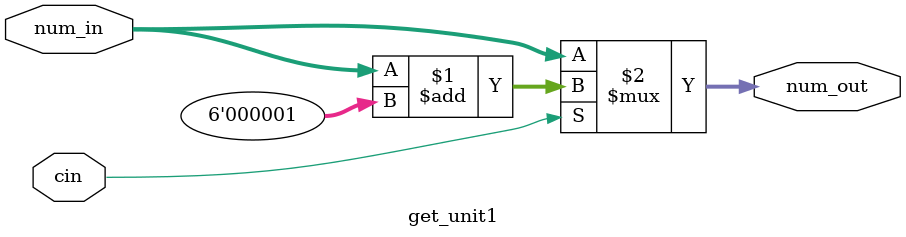
<source format=v>
/*
	Author: Quyet Luu
	Date: 7/29/2016
*/
module lab2_part6(SW,HEX1,HEX0);
input [5:0] SW;
output [6:0] HEX1,HEX0;


wire[5:0] d_10,d_11,d_12,d_13,d_14,d_15;
wire cout0,cout1,cout2,cout3,cout4,cout5;
wire [5:0] d0,d1,d2,d3,d4,d5;

get_unit0 u0(1'b0,SW,d0,cout0);
get_unit0 u1(cout0,d0,d1,cout1);
get_unit0 u2(cout1,d1,d2,cout2);
get_unit0 u3(cout2,d2,d3,cout3);
get_unit0 u4(cout3,d3,d4,cout4);
get_unit0 u5(cout4,d4,d5,cout5);

get_unit1 u1_0(cout0,0,d_10);
get_unit1 u1_1(cout1,d_10,d_11);
get_unit1 u1_2(cout2,d_11,d_12);
get_unit1 u1_3(cout3,d_12,d_13);
get_unit1 u1_4(cout4,d_13,d_14);
get_unit1 u1_5(cout5,d_14,d_15);
decode_to_7led hex0(d5,HEX0);
decode_to_7led hex1(d_15,HEX1);


/*

// Other design. it's so simple (:P)

wire [5:0] unit0, unit1;
assign unit0 = SW % 4'hA;
assign unit1 = SW / 4'hA;
decode_to_7led hex0(unit0,HEX0);
decode_to_7led hex1(unit1,HEX1);

*/

endmodule

module decode_to_7led(sw,hex);
input [3:0] sw;
output reg [6:0] hex;
always@(sw)
 begin
	case(sw)
		4'h0: hex = 7'b100_0000;
		4'h1: hex = 7'b111_1001;
		4'h2: hex = 7'b010_0100;
		4'h3: hex = 7'b011_0000;
		4'h4: hex = 7'b001_1001;
		4'h5: hex = 7'b001_0010;
		4'h6: hex = 7'b000_0010;
		4'h7: hex = 7'b111_1000;
		4'h8: hex = 7'b000_0000;
		4'h9: hex = 7'b001_0000;
		default: hex = 7'h7f;
	endcase
 end
endmodule

module get_unit0(cin,num_in,num_out,cout);
input [5:0] num_in;
input cin;
output [5:0] num_out;
output cout;

assign {num_out,cout} = (num_in > 6'hA )? {num_in - 6'hA,1'h1}: {num_in,1'h0} ;
endmodule

module get_unit1(cin,num_in,num_out);
input [5:0] num_in;
input cin;
output [5:0] num_out;

assign num_out = cin? num_in +6'h1: num_in;

endmodule
</source>
